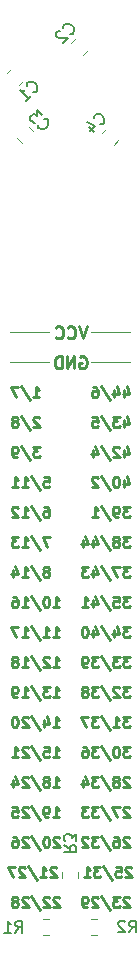
<source format=gbr>
G04 #@! TF.GenerationSoftware,KiCad,Pcbnew,6.0.9+dfsg-1*
G04 #@! TF.CreationDate,2022-12-29T08:22:08+02:00*
G04 #@! TF.ProjectId,ATF1502AS-EVB,41544631-3530-4324-9153-2d4556422e6b,rev?*
G04 #@! TF.SameCoordinates,PX75d6040PY9a0c090*
G04 #@! TF.FileFunction,Legend,Bot*
G04 #@! TF.FilePolarity,Positive*
%FSLAX46Y46*%
G04 Gerber Fmt 4.6, Leading zero omitted, Abs format (unit mm)*
G04 Created by KiCad (PCBNEW 6.0.9+dfsg-1) date 2022-12-29 08:22:08*
%MOMM*%
%LPD*%
G01*
G04 APERTURE LIST*
%ADD10C,0.120000*%
%ADD11C,0.254000*%
%ADD12C,0.225000*%
%ADD13C,0.150000*%
G04 APERTURE END LIST*
D10*
X27710000Y57250000D02*
X31012000Y57250000D01*
X27710000Y59790000D02*
X31012000Y59790000D01*
X34568000Y59790000D02*
X37870000Y59790000D01*
X34568000Y57250000D02*
X37870000Y57250000D01*
D11*
X33628804Y57708000D02*
X33725566Y57756381D01*
X33870709Y57756381D01*
X34015852Y57708000D01*
X34112614Y57611239D01*
X34160995Y57514477D01*
X34209376Y57320953D01*
X34209376Y57175810D01*
X34160995Y56982286D01*
X34112614Y56885524D01*
X34015852Y56788762D01*
X33870709Y56740381D01*
X33773947Y56740381D01*
X33628804Y56788762D01*
X33580423Y56837143D01*
X33580423Y57175810D01*
X33773947Y57175810D01*
X33144995Y56740381D02*
X33144995Y57756381D01*
X32564423Y56740381D01*
X32564423Y57756381D01*
X32080614Y56740381D02*
X32080614Y57756381D01*
X31838709Y57756381D01*
X31693566Y57708000D01*
X31596804Y57611239D01*
X31548423Y57514477D01*
X31500042Y57320953D01*
X31500042Y57175810D01*
X31548423Y56982286D01*
X31596804Y56885524D01*
X31693566Y56788762D01*
X31838709Y56740381D01*
X32080614Y56740381D01*
X34209376Y60296381D02*
X33870709Y59280381D01*
X33532042Y60296381D01*
X32612804Y59377143D02*
X32661185Y59328762D01*
X32806328Y59280381D01*
X32903090Y59280381D01*
X33048233Y59328762D01*
X33144995Y59425524D01*
X33193376Y59522286D01*
X33241757Y59715810D01*
X33241757Y59860953D01*
X33193376Y60054477D01*
X33144995Y60151239D01*
X33048233Y60248000D01*
X32903090Y60296381D01*
X32806328Y60296381D01*
X32661185Y60248000D01*
X32612804Y60199620D01*
X31596804Y59377143D02*
X31645185Y59328762D01*
X31790328Y59280381D01*
X31887090Y59280381D01*
X32032233Y59328762D01*
X32128995Y59425524D01*
X32177376Y59522286D01*
X32225757Y59715810D01*
X32225757Y59860953D01*
X32177376Y60054477D01*
X32128995Y60151239D01*
X32032233Y60248000D01*
X31887090Y60296381D01*
X31790328Y60296381D01*
X31645185Y60248000D01*
X31596804Y60199620D01*
D12*
X31386321Y26362858D02*
X31900607Y26362858D01*
X31643464Y26362858D02*
X31643464Y27262858D01*
X31729178Y27134286D01*
X31814893Y27048572D01*
X31900607Y27005715D01*
X30614893Y26962858D02*
X30614893Y26362858D01*
X30829178Y27305715D02*
X31043464Y26662858D01*
X30486321Y26662858D01*
X29500607Y27305715D02*
X30272036Y26148572D01*
X29243464Y27177143D02*
X29200607Y27220000D01*
X29114893Y27262858D01*
X28900607Y27262858D01*
X28814893Y27220000D01*
X28772036Y27177143D01*
X28729178Y27091429D01*
X28729178Y27005715D01*
X28772036Y26877143D01*
X29286321Y26362858D01*
X28729178Y26362858D01*
X28172036Y27262858D02*
X28086321Y27262858D01*
X28000607Y27220000D01*
X27957750Y27177143D01*
X27914893Y27091429D01*
X27872036Y26920000D01*
X27872036Y26705715D01*
X27914893Y26534286D01*
X27957750Y26448572D01*
X28000607Y26405715D01*
X28086321Y26362858D01*
X28172036Y26362858D01*
X28257750Y26405715D01*
X28300607Y26448572D01*
X28343464Y26534286D01*
X28386321Y26705715D01*
X28386321Y26920000D01*
X28343464Y27091429D01*
X28300607Y27177143D01*
X28257750Y27220000D01*
X28172036Y27262858D01*
X37374535Y49822858D02*
X37374535Y49222858D01*
X37588821Y50165715D02*
X37803107Y49522858D01*
X37245964Y49522858D01*
X36945964Y50037143D02*
X36903107Y50080000D01*
X36817392Y50122858D01*
X36603107Y50122858D01*
X36517392Y50080000D01*
X36474535Y50037143D01*
X36431678Y49951429D01*
X36431678Y49865715D01*
X36474535Y49737143D01*
X36988821Y49222858D01*
X36431678Y49222858D01*
X35403107Y50165715D02*
X36174535Y49008572D01*
X34717392Y49822858D02*
X34717392Y49222858D01*
X34931678Y50165715D02*
X35145964Y49522858D01*
X34588821Y49522858D01*
X37845964Y24722858D02*
X37288821Y24722858D01*
X37588821Y24380000D01*
X37460249Y24380000D01*
X37374535Y24337143D01*
X37331678Y24294286D01*
X37288821Y24208572D01*
X37288821Y23994286D01*
X37331678Y23908572D01*
X37374535Y23865715D01*
X37460249Y23822858D01*
X37717392Y23822858D01*
X37803107Y23865715D01*
X37845964Y23908572D01*
X36731678Y24722858D02*
X36645964Y24722858D01*
X36560249Y24680000D01*
X36517392Y24637143D01*
X36474535Y24551429D01*
X36431678Y24380000D01*
X36431678Y24165715D01*
X36474535Y23994286D01*
X36517392Y23908572D01*
X36560249Y23865715D01*
X36645964Y23822858D01*
X36731678Y23822858D01*
X36817392Y23865715D01*
X36860249Y23908572D01*
X36903107Y23994286D01*
X36945964Y24165715D01*
X36945964Y24380000D01*
X36903107Y24551429D01*
X36860249Y24637143D01*
X36817392Y24680000D01*
X36731678Y24722858D01*
X35403107Y24765715D02*
X36174535Y23608572D01*
X35188821Y24722858D02*
X34631678Y24722858D01*
X34931678Y24380000D01*
X34803107Y24380000D01*
X34717392Y24337143D01*
X34674535Y24294286D01*
X34631678Y24208572D01*
X34631678Y23994286D01*
X34674535Y23908572D01*
X34717392Y23865715D01*
X34803107Y23822858D01*
X35060249Y23822858D01*
X35145964Y23865715D01*
X35188821Y23908572D01*
X33860249Y24722858D02*
X34031678Y24722858D01*
X34117392Y24680000D01*
X34160249Y24637143D01*
X34245964Y24508572D01*
X34288821Y24337143D01*
X34288821Y23994286D01*
X34245964Y23908572D01*
X34203107Y23865715D01*
X34117392Y23822858D01*
X33945964Y23822858D01*
X33860249Y23865715D01*
X33817392Y23908572D01*
X33774535Y23994286D01*
X33774535Y24208572D01*
X33817392Y24294286D01*
X33860249Y24337143D01*
X33945964Y24380000D01*
X34117392Y24380000D01*
X34203107Y24337143D01*
X34245964Y24294286D01*
X34288821Y24208572D01*
X31386321Y18742858D02*
X31900607Y18742858D01*
X31643464Y18742858D02*
X31643464Y19642858D01*
X31729178Y19514286D01*
X31814893Y19428572D01*
X31900607Y19385715D01*
X30957750Y18742858D02*
X30786321Y18742858D01*
X30700607Y18785715D01*
X30657750Y18828572D01*
X30572036Y18957143D01*
X30529178Y19128572D01*
X30529178Y19471429D01*
X30572036Y19557143D01*
X30614893Y19600000D01*
X30700607Y19642858D01*
X30872036Y19642858D01*
X30957750Y19600000D01*
X31000607Y19557143D01*
X31043464Y19471429D01*
X31043464Y19257143D01*
X31000607Y19171429D01*
X30957750Y19128572D01*
X30872036Y19085715D01*
X30700607Y19085715D01*
X30614893Y19128572D01*
X30572036Y19171429D01*
X30529178Y19257143D01*
X29500607Y19685715D02*
X30272036Y18528572D01*
X29243464Y19557143D02*
X29200607Y19600000D01*
X29114893Y19642858D01*
X28900607Y19642858D01*
X28814893Y19600000D01*
X28772036Y19557143D01*
X28729178Y19471429D01*
X28729178Y19385715D01*
X28772036Y19257143D01*
X29286321Y18742858D01*
X28729178Y18742858D01*
X27914893Y19642858D02*
X28343464Y19642858D01*
X28386321Y19214286D01*
X28343464Y19257143D01*
X28257750Y19300000D01*
X28043464Y19300000D01*
X27957750Y19257143D01*
X27914893Y19214286D01*
X27872036Y19128572D01*
X27872036Y18914286D01*
X27914893Y18828572D01*
X27957750Y18785715D01*
X28043464Y18742858D01*
X28257750Y18742858D01*
X28343464Y18785715D01*
X28386321Y18828572D01*
X31386321Y21282858D02*
X31900607Y21282858D01*
X31643464Y21282858D02*
X31643464Y22182858D01*
X31729178Y22054286D01*
X31814893Y21968572D01*
X31900607Y21925715D01*
X30872036Y21797143D02*
X30957750Y21840000D01*
X31000607Y21882858D01*
X31043464Y21968572D01*
X31043464Y22011429D01*
X31000607Y22097143D01*
X30957750Y22140000D01*
X30872036Y22182858D01*
X30700607Y22182858D01*
X30614893Y22140000D01*
X30572036Y22097143D01*
X30529178Y22011429D01*
X30529178Y21968572D01*
X30572036Y21882858D01*
X30614893Y21840000D01*
X30700607Y21797143D01*
X30872036Y21797143D01*
X30957750Y21754286D01*
X31000607Y21711429D01*
X31043464Y21625715D01*
X31043464Y21454286D01*
X31000607Y21368572D01*
X30957750Y21325715D01*
X30872036Y21282858D01*
X30700607Y21282858D01*
X30614893Y21325715D01*
X30572036Y21368572D01*
X30529178Y21454286D01*
X30529178Y21625715D01*
X30572036Y21711429D01*
X30614893Y21754286D01*
X30700607Y21797143D01*
X29500607Y22225715D02*
X30272036Y21068572D01*
X29243464Y22097143D02*
X29200607Y22140000D01*
X29114893Y22182858D01*
X28900607Y22182858D01*
X28814893Y22140000D01*
X28772036Y22097143D01*
X28729178Y22011429D01*
X28729178Y21925715D01*
X28772036Y21797143D01*
X29286321Y21282858D01*
X28729178Y21282858D01*
X27957750Y21882858D02*
X27957750Y21282858D01*
X28172036Y22225715D02*
X28386321Y21582858D01*
X27829178Y21582858D01*
X31386321Y28902858D02*
X31900607Y28902858D01*
X31643464Y28902858D02*
X31643464Y29802858D01*
X31729178Y29674286D01*
X31814893Y29588572D01*
X31900607Y29545715D01*
X31086321Y29802858D02*
X30529178Y29802858D01*
X30829178Y29460000D01*
X30700607Y29460000D01*
X30614893Y29417143D01*
X30572036Y29374286D01*
X30529178Y29288572D01*
X30529178Y29074286D01*
X30572036Y28988572D01*
X30614893Y28945715D01*
X30700607Y28902858D01*
X30957750Y28902858D01*
X31043464Y28945715D01*
X31086321Y28988572D01*
X29500607Y29845715D02*
X30272036Y28688572D01*
X28729178Y28902858D02*
X29243464Y28902858D01*
X28986321Y28902858D02*
X28986321Y29802858D01*
X29072036Y29674286D01*
X29157750Y29588572D01*
X29243464Y29545715D01*
X28300607Y28902858D02*
X28129178Y28902858D01*
X28043464Y28945715D01*
X28000607Y28988572D01*
X27914893Y29117143D01*
X27872036Y29288572D01*
X27872036Y29631429D01*
X27914893Y29717143D01*
X27957750Y29760000D01*
X28043464Y29802858D01*
X28214893Y29802858D01*
X28300607Y29760000D01*
X28343464Y29717143D01*
X28386321Y29631429D01*
X28386321Y29417143D01*
X28343464Y29331429D01*
X28300607Y29288572D01*
X28214893Y29245715D01*
X28043464Y29245715D01*
X27957750Y29288572D01*
X27914893Y29331429D01*
X27872036Y29417143D01*
X37374535Y54902858D02*
X37374535Y54302858D01*
X37588821Y55245715D02*
X37803107Y54602858D01*
X37245964Y54602858D01*
X36517392Y54902858D02*
X36517392Y54302858D01*
X36731678Y55245715D02*
X36945964Y54602858D01*
X36388821Y54602858D01*
X35403107Y55245715D02*
X36174535Y54088572D01*
X34717392Y55202858D02*
X34888821Y55202858D01*
X34974535Y55160000D01*
X35017392Y55117143D01*
X35103107Y54988572D01*
X35145964Y54817143D01*
X35145964Y54474286D01*
X35103107Y54388572D01*
X35060250Y54345715D01*
X34974535Y54302858D01*
X34803107Y54302858D01*
X34717392Y54345715D01*
X34674535Y54388572D01*
X34631678Y54474286D01*
X34631678Y54688572D01*
X34674535Y54774286D01*
X34717392Y54817143D01*
X34803107Y54860000D01*
X34974535Y54860000D01*
X35060250Y54817143D01*
X35103107Y54774286D01*
X35145964Y54688572D01*
X37374535Y52362858D02*
X37374535Y51762858D01*
X37588821Y52705715D02*
X37803107Y52062858D01*
X37245964Y52062858D01*
X36988821Y52662858D02*
X36431678Y52662858D01*
X36731678Y52320000D01*
X36603107Y52320000D01*
X36517392Y52277143D01*
X36474535Y52234286D01*
X36431678Y52148572D01*
X36431678Y51934286D01*
X36474535Y51848572D01*
X36517392Y51805715D01*
X36603107Y51762858D01*
X36860250Y51762858D01*
X36945964Y51805715D01*
X36988821Y51848572D01*
X35403107Y52705715D02*
X36174535Y51548572D01*
X34674535Y52662858D02*
X35103107Y52662858D01*
X35145964Y52234286D01*
X35103107Y52277143D01*
X35017392Y52320000D01*
X34803107Y52320000D01*
X34717392Y52277143D01*
X34674535Y52234286D01*
X34631678Y52148572D01*
X34631678Y51934286D01*
X34674535Y51848572D01*
X34717392Y51805715D01*
X34803107Y51762858D01*
X35017392Y51762858D01*
X35103107Y51805715D01*
X35145964Y51848572D01*
X37845964Y27262858D02*
X37288821Y27262858D01*
X37588821Y26920000D01*
X37460249Y26920000D01*
X37374535Y26877143D01*
X37331678Y26834286D01*
X37288821Y26748572D01*
X37288821Y26534286D01*
X37331678Y26448572D01*
X37374535Y26405715D01*
X37460249Y26362858D01*
X37717392Y26362858D01*
X37803107Y26405715D01*
X37845964Y26448572D01*
X36431678Y26362858D02*
X36945964Y26362858D01*
X36688821Y26362858D02*
X36688821Y27262858D01*
X36774535Y27134286D01*
X36860249Y27048572D01*
X36945964Y27005715D01*
X35403107Y27305715D02*
X36174535Y26148572D01*
X35188821Y27262858D02*
X34631678Y27262858D01*
X34931678Y26920000D01*
X34803107Y26920000D01*
X34717392Y26877143D01*
X34674535Y26834286D01*
X34631678Y26748572D01*
X34631678Y26534286D01*
X34674535Y26448572D01*
X34717392Y26405715D01*
X34803107Y26362858D01*
X35060249Y26362858D01*
X35145964Y26405715D01*
X35188821Y26448572D01*
X34331678Y27262858D02*
X33731678Y27262858D01*
X34117392Y26362858D01*
X30229178Y50122858D02*
X29672035Y50122858D01*
X29972035Y49780000D01*
X29843464Y49780000D01*
X29757750Y49737143D01*
X29714892Y49694286D01*
X29672035Y49608572D01*
X29672035Y49394286D01*
X29714892Y49308572D01*
X29757750Y49265715D01*
X29843464Y49222858D01*
X30100607Y49222858D01*
X30186321Y49265715D01*
X30229178Y49308572D01*
X28643464Y50165715D02*
X29414892Y49008572D01*
X28300607Y49222858D02*
X28129178Y49222858D01*
X28043464Y49265715D01*
X28000607Y49308572D01*
X27914892Y49437143D01*
X27872035Y49608572D01*
X27872035Y49951429D01*
X27914892Y50037143D01*
X27957750Y50080000D01*
X28043464Y50122858D01*
X28214892Y50122858D01*
X28300607Y50080000D01*
X28343464Y50037143D01*
X28386321Y49951429D01*
X28386321Y49737143D01*
X28343464Y49651429D01*
X28300607Y49608572D01*
X28214892Y49565715D01*
X28043464Y49565715D01*
X27957750Y49608572D01*
X27914892Y49651429D01*
X27872035Y49737143D01*
X29672035Y54302858D02*
X30186321Y54302858D01*
X29929178Y54302858D02*
X29929178Y55202858D01*
X30014892Y55074286D01*
X30100607Y54988572D01*
X30186321Y54945715D01*
X28643464Y55245715D02*
X29414892Y54088572D01*
X28429178Y55202858D02*
X27829178Y55202858D01*
X28214892Y54302858D01*
X31386321Y23822858D02*
X31900607Y23822858D01*
X31643464Y23822858D02*
X31643464Y24722858D01*
X31729178Y24594286D01*
X31814893Y24508572D01*
X31900607Y24465715D01*
X30572036Y24722858D02*
X31000607Y24722858D01*
X31043464Y24294286D01*
X31000607Y24337143D01*
X30914893Y24380000D01*
X30700607Y24380000D01*
X30614893Y24337143D01*
X30572036Y24294286D01*
X30529178Y24208572D01*
X30529178Y23994286D01*
X30572036Y23908572D01*
X30614893Y23865715D01*
X30700607Y23822858D01*
X30914893Y23822858D01*
X31000607Y23865715D01*
X31043464Y23908572D01*
X29500607Y24765715D02*
X30272036Y23608572D01*
X29243464Y24637143D02*
X29200607Y24680000D01*
X29114893Y24722858D01*
X28900607Y24722858D01*
X28814893Y24680000D01*
X28772036Y24637143D01*
X28729178Y24551429D01*
X28729178Y24465715D01*
X28772036Y24337143D01*
X29286321Y23822858D01*
X28729178Y23822858D01*
X27872036Y23822858D02*
X28386321Y23822858D01*
X28129178Y23822858D02*
X28129178Y24722858D01*
X28214893Y24594286D01*
X28300607Y24508572D01*
X28386321Y24465715D01*
X31386321Y36522858D02*
X31900607Y36522858D01*
X31643464Y36522858D02*
X31643464Y37422858D01*
X31729178Y37294286D01*
X31814893Y37208572D01*
X31900607Y37165715D01*
X30829178Y37422858D02*
X30743464Y37422858D01*
X30657750Y37380000D01*
X30614893Y37337143D01*
X30572036Y37251429D01*
X30529178Y37080000D01*
X30529178Y36865715D01*
X30572036Y36694286D01*
X30614893Y36608572D01*
X30657750Y36565715D01*
X30743464Y36522858D01*
X30829178Y36522858D01*
X30914893Y36565715D01*
X30957750Y36608572D01*
X31000607Y36694286D01*
X31043464Y36865715D01*
X31043464Y37080000D01*
X31000607Y37251429D01*
X30957750Y37337143D01*
X30914893Y37380000D01*
X30829178Y37422858D01*
X29500607Y37465715D02*
X30272036Y36308572D01*
X28729178Y36522858D02*
X29243464Y36522858D01*
X28986321Y36522858D02*
X28986321Y37422858D01*
X29072036Y37294286D01*
X29157750Y37208572D01*
X29243464Y37165715D01*
X27957750Y37422858D02*
X28129178Y37422858D01*
X28214893Y37380000D01*
X28257750Y37337143D01*
X28343464Y37208572D01*
X28386321Y37037143D01*
X28386321Y36694286D01*
X28343464Y36608572D01*
X28300607Y36565715D01*
X28214893Y36522858D01*
X28043464Y36522858D01*
X27957750Y36565715D01*
X27914893Y36608572D01*
X27872036Y36694286D01*
X27872036Y36908572D01*
X27914893Y36994286D01*
X27957750Y37037143D01*
X28043464Y37080000D01*
X28214893Y37080000D01*
X28300607Y37037143D01*
X28343464Y36994286D01*
X28386321Y36908572D01*
X37845964Y45042858D02*
X37288821Y45042858D01*
X37588821Y44700000D01*
X37460250Y44700000D01*
X37374535Y44657143D01*
X37331678Y44614286D01*
X37288821Y44528572D01*
X37288821Y44314286D01*
X37331678Y44228572D01*
X37374535Y44185715D01*
X37460250Y44142858D01*
X37717392Y44142858D01*
X37803107Y44185715D01*
X37845964Y44228572D01*
X36860250Y44142858D02*
X36688821Y44142858D01*
X36603107Y44185715D01*
X36560250Y44228572D01*
X36474535Y44357143D01*
X36431678Y44528572D01*
X36431678Y44871429D01*
X36474535Y44957143D01*
X36517392Y45000000D01*
X36603107Y45042858D01*
X36774535Y45042858D01*
X36860250Y45000000D01*
X36903107Y44957143D01*
X36945964Y44871429D01*
X36945964Y44657143D01*
X36903107Y44571429D01*
X36860250Y44528572D01*
X36774535Y44485715D01*
X36603107Y44485715D01*
X36517392Y44528572D01*
X36474535Y44571429D01*
X36431678Y44657143D01*
X35403107Y45085715D02*
X36174535Y43928572D01*
X34631678Y44142858D02*
X35145964Y44142858D01*
X34888821Y44142858D02*
X34888821Y45042858D01*
X34974535Y44914286D01*
X35060250Y44828572D01*
X35145964Y44785715D01*
X31900607Y17017143D02*
X31857750Y17060000D01*
X31772036Y17102858D01*
X31557750Y17102858D01*
X31472036Y17060000D01*
X31429178Y17017143D01*
X31386321Y16931429D01*
X31386321Y16845715D01*
X31429178Y16717143D01*
X31943464Y16202858D01*
X31386321Y16202858D01*
X30829178Y17102858D02*
X30743464Y17102858D01*
X30657750Y17060000D01*
X30614893Y17017143D01*
X30572036Y16931429D01*
X30529178Y16760000D01*
X30529178Y16545715D01*
X30572036Y16374286D01*
X30614893Y16288572D01*
X30657750Y16245715D01*
X30743464Y16202858D01*
X30829178Y16202858D01*
X30914893Y16245715D01*
X30957750Y16288572D01*
X31000607Y16374286D01*
X31043464Y16545715D01*
X31043464Y16760000D01*
X31000607Y16931429D01*
X30957750Y17017143D01*
X30914893Y17060000D01*
X30829178Y17102858D01*
X29500607Y17145715D02*
X30272036Y15988572D01*
X29243464Y17017143D02*
X29200607Y17060000D01*
X29114893Y17102858D01*
X28900607Y17102858D01*
X28814893Y17060000D01*
X28772036Y17017143D01*
X28729178Y16931429D01*
X28729178Y16845715D01*
X28772036Y16717143D01*
X29286321Y16202858D01*
X28729178Y16202858D01*
X27957750Y17102858D02*
X28129178Y17102858D01*
X28214893Y17060000D01*
X28257750Y17017143D01*
X28343464Y16888572D01*
X28386321Y16717143D01*
X28386321Y16374286D01*
X28343464Y16288572D01*
X28300607Y16245715D01*
X28214893Y16202858D01*
X28043464Y16202858D01*
X27957750Y16245715D01*
X27914893Y16288572D01*
X27872036Y16374286D01*
X27872036Y16588572D01*
X27914893Y16674286D01*
X27957750Y16717143D01*
X28043464Y16760000D01*
X28214893Y16760000D01*
X28300607Y16717143D01*
X28343464Y16674286D01*
X28386321Y16588572D01*
X37803107Y17017143D02*
X37760249Y17060000D01*
X37674535Y17102858D01*
X37460249Y17102858D01*
X37374535Y17060000D01*
X37331678Y17017143D01*
X37288821Y16931429D01*
X37288821Y16845715D01*
X37331678Y16717143D01*
X37845964Y16202858D01*
X37288821Y16202858D01*
X36517392Y17102858D02*
X36688821Y17102858D01*
X36774535Y17060000D01*
X36817392Y17017143D01*
X36903107Y16888572D01*
X36945964Y16717143D01*
X36945964Y16374286D01*
X36903107Y16288572D01*
X36860249Y16245715D01*
X36774535Y16202858D01*
X36603107Y16202858D01*
X36517392Y16245715D01*
X36474535Y16288572D01*
X36431678Y16374286D01*
X36431678Y16588572D01*
X36474535Y16674286D01*
X36517392Y16717143D01*
X36603107Y16760000D01*
X36774535Y16760000D01*
X36860249Y16717143D01*
X36903107Y16674286D01*
X36945964Y16588572D01*
X35403107Y17145715D02*
X36174535Y15988572D01*
X35188821Y17102858D02*
X34631678Y17102858D01*
X34931678Y16760000D01*
X34803107Y16760000D01*
X34717392Y16717143D01*
X34674535Y16674286D01*
X34631678Y16588572D01*
X34631678Y16374286D01*
X34674535Y16288572D01*
X34717392Y16245715D01*
X34803107Y16202858D01*
X35060249Y16202858D01*
X35145964Y16245715D01*
X35188821Y16288572D01*
X34288821Y17017143D02*
X34245964Y17060000D01*
X34160249Y17102858D01*
X33945964Y17102858D01*
X33860249Y17060000D01*
X33817392Y17017143D01*
X33774535Y16931429D01*
X33774535Y16845715D01*
X33817392Y16717143D01*
X34331678Y16202858D01*
X33774535Y16202858D01*
X31632321Y14477143D02*
X31589464Y14520000D01*
X31503750Y14562858D01*
X31289464Y14562858D01*
X31203750Y14520000D01*
X31160892Y14477143D01*
X31118035Y14391429D01*
X31118035Y14305715D01*
X31160892Y14177143D01*
X31675178Y13662858D01*
X31118035Y13662858D01*
X30260892Y13662858D02*
X30775178Y13662858D01*
X30518035Y13662858D02*
X30518035Y14562858D01*
X30603750Y14434286D01*
X30689464Y14348572D01*
X30775178Y14305715D01*
X29232321Y14605715D02*
X30003750Y13448572D01*
X28975178Y14477143D02*
X28932321Y14520000D01*
X28846607Y14562858D01*
X28632321Y14562858D01*
X28546607Y14520000D01*
X28503750Y14477143D01*
X28460892Y14391429D01*
X28460892Y14305715D01*
X28503750Y14177143D01*
X29018035Y13662858D01*
X28460892Y13662858D01*
X28160892Y14562858D02*
X27560892Y14562858D01*
X27946607Y13662858D01*
X37803107Y11937143D02*
X37760249Y11980000D01*
X37674535Y12022858D01*
X37460249Y12022858D01*
X37374535Y11980000D01*
X37331678Y11937143D01*
X37288821Y11851429D01*
X37288821Y11765715D01*
X37331678Y11637143D01*
X37845964Y11122858D01*
X37288821Y11122858D01*
X36988821Y12022858D02*
X36431678Y12022858D01*
X36731678Y11680000D01*
X36603107Y11680000D01*
X36517392Y11637143D01*
X36474535Y11594286D01*
X36431678Y11508572D01*
X36431678Y11294286D01*
X36474535Y11208572D01*
X36517392Y11165715D01*
X36603107Y11122858D01*
X36860249Y11122858D01*
X36945964Y11165715D01*
X36988821Y11208572D01*
X35403107Y12065715D02*
X36174535Y10908572D01*
X35145964Y11937143D02*
X35103107Y11980000D01*
X35017392Y12022858D01*
X34803107Y12022858D01*
X34717392Y11980000D01*
X34674535Y11937143D01*
X34631678Y11851429D01*
X34631678Y11765715D01*
X34674535Y11637143D01*
X35188821Y11122858D01*
X34631678Y11122858D01*
X34203107Y11122858D02*
X34031678Y11122858D01*
X33945964Y11165715D01*
X33903107Y11208572D01*
X33817392Y11337143D01*
X33774535Y11508572D01*
X33774535Y11851429D01*
X33817392Y11937143D01*
X33860249Y11980000D01*
X33945964Y12022858D01*
X34117392Y12022858D01*
X34203107Y11980000D01*
X34245964Y11937143D01*
X34288821Y11851429D01*
X34288821Y11637143D01*
X34245964Y11551429D01*
X34203107Y11508572D01*
X34117392Y11465715D01*
X33945964Y11465715D01*
X33860249Y11508572D01*
X33817392Y11551429D01*
X33774535Y11637143D01*
X37803107Y19557143D02*
X37760249Y19600000D01*
X37674535Y19642858D01*
X37460249Y19642858D01*
X37374535Y19600000D01*
X37331678Y19557143D01*
X37288821Y19471429D01*
X37288821Y19385715D01*
X37331678Y19257143D01*
X37845964Y18742858D01*
X37288821Y18742858D01*
X36988821Y19642858D02*
X36388821Y19642858D01*
X36774535Y18742858D01*
X35403107Y19685715D02*
X36174535Y18528572D01*
X35188821Y19642858D02*
X34631678Y19642858D01*
X34931678Y19300000D01*
X34803107Y19300000D01*
X34717392Y19257143D01*
X34674535Y19214286D01*
X34631678Y19128572D01*
X34631678Y18914286D01*
X34674535Y18828572D01*
X34717392Y18785715D01*
X34803107Y18742858D01*
X35060249Y18742858D01*
X35145964Y18785715D01*
X35188821Y18828572D01*
X34331678Y19642858D02*
X33774535Y19642858D01*
X34074535Y19300000D01*
X33945964Y19300000D01*
X33860249Y19257143D01*
X33817392Y19214286D01*
X33774535Y19128572D01*
X33774535Y18914286D01*
X33817392Y18828572D01*
X33860249Y18785715D01*
X33945964Y18742858D01*
X34203107Y18742858D01*
X34288821Y18785715D01*
X34331678Y18828572D01*
X31086321Y42502858D02*
X30486321Y42502858D01*
X30872035Y41602858D01*
X29500607Y42545715D02*
X30272035Y41388572D01*
X28729178Y41602858D02*
X29243464Y41602858D01*
X28986321Y41602858D02*
X28986321Y42502858D01*
X29072035Y42374286D01*
X29157750Y42288572D01*
X29243464Y42245715D01*
X28429178Y42502858D02*
X27872035Y42502858D01*
X28172035Y42160000D01*
X28043464Y42160000D01*
X27957750Y42117143D01*
X27914893Y42074286D01*
X27872035Y41988572D01*
X27872035Y41774286D01*
X27914893Y41688572D01*
X27957750Y41645715D01*
X28043464Y41602858D01*
X28300607Y41602858D01*
X28386321Y41645715D01*
X28429178Y41688572D01*
X37803107Y22097143D02*
X37760249Y22140000D01*
X37674535Y22182858D01*
X37460249Y22182858D01*
X37374535Y22140000D01*
X37331678Y22097143D01*
X37288821Y22011429D01*
X37288821Y21925715D01*
X37331678Y21797143D01*
X37845964Y21282858D01*
X37288821Y21282858D01*
X36774535Y21797143D02*
X36860249Y21840000D01*
X36903107Y21882858D01*
X36945964Y21968572D01*
X36945964Y22011429D01*
X36903107Y22097143D01*
X36860249Y22140000D01*
X36774535Y22182858D01*
X36603107Y22182858D01*
X36517392Y22140000D01*
X36474535Y22097143D01*
X36431678Y22011429D01*
X36431678Y21968572D01*
X36474535Y21882858D01*
X36517392Y21840000D01*
X36603107Y21797143D01*
X36774535Y21797143D01*
X36860249Y21754286D01*
X36903107Y21711429D01*
X36945964Y21625715D01*
X36945964Y21454286D01*
X36903107Y21368572D01*
X36860249Y21325715D01*
X36774535Y21282858D01*
X36603107Y21282858D01*
X36517392Y21325715D01*
X36474535Y21368572D01*
X36431678Y21454286D01*
X36431678Y21625715D01*
X36474535Y21711429D01*
X36517392Y21754286D01*
X36603107Y21797143D01*
X35403107Y22225715D02*
X36174535Y21068572D01*
X35188821Y22182858D02*
X34631678Y22182858D01*
X34931678Y21840000D01*
X34803107Y21840000D01*
X34717392Y21797143D01*
X34674535Y21754286D01*
X34631678Y21668572D01*
X34631678Y21454286D01*
X34674535Y21368572D01*
X34717392Y21325715D01*
X34803107Y21282858D01*
X35060249Y21282858D01*
X35145964Y21325715D01*
X35188821Y21368572D01*
X33860249Y21882858D02*
X33860249Y21282858D01*
X34074535Y22225715D02*
X34288821Y21582858D01*
X33731678Y21582858D01*
X30186321Y52577143D02*
X30143464Y52620000D01*
X30057750Y52662858D01*
X29843464Y52662858D01*
X29757750Y52620000D01*
X29714892Y52577143D01*
X29672035Y52491429D01*
X29672035Y52405715D01*
X29714892Y52277143D01*
X30229178Y51762858D01*
X29672035Y51762858D01*
X28643464Y52705715D02*
X29414892Y51548572D01*
X28214892Y52277143D02*
X28300607Y52320000D01*
X28343464Y52362858D01*
X28386321Y52448572D01*
X28386321Y52491429D01*
X28343464Y52577143D01*
X28300607Y52620000D01*
X28214892Y52662858D01*
X28043464Y52662858D01*
X27957750Y52620000D01*
X27914892Y52577143D01*
X27872035Y52491429D01*
X27872035Y52448572D01*
X27914892Y52362858D01*
X27957750Y52320000D01*
X28043464Y52277143D01*
X28214892Y52277143D01*
X28300607Y52234286D01*
X28343464Y52191429D01*
X28386321Y52105715D01*
X28386321Y51934286D01*
X28343464Y51848572D01*
X28300607Y51805715D01*
X28214892Y51762858D01*
X28043464Y51762858D01*
X27957750Y51805715D01*
X27914892Y51848572D01*
X27872035Y51934286D01*
X27872035Y52105715D01*
X27914892Y52191429D01*
X27957750Y52234286D01*
X28043464Y52277143D01*
X30572035Y47582858D02*
X31000607Y47582858D01*
X31043464Y47154286D01*
X31000607Y47197143D01*
X30914893Y47240000D01*
X30700607Y47240000D01*
X30614893Y47197143D01*
X30572035Y47154286D01*
X30529178Y47068572D01*
X30529178Y46854286D01*
X30572035Y46768572D01*
X30614893Y46725715D01*
X30700607Y46682858D01*
X30914893Y46682858D01*
X31000607Y46725715D01*
X31043464Y46768572D01*
X29500607Y47625715D02*
X30272035Y46468572D01*
X28729178Y46682858D02*
X29243464Y46682858D01*
X28986321Y46682858D02*
X28986321Y47582858D01*
X29072035Y47454286D01*
X29157750Y47368572D01*
X29243464Y47325715D01*
X27872035Y46682858D02*
X28386321Y46682858D01*
X28129178Y46682858D02*
X28129178Y47582858D01*
X28214893Y47454286D01*
X28300607Y47368572D01*
X28386321Y47325715D01*
X37845964Y37422858D02*
X37288821Y37422858D01*
X37588821Y37080000D01*
X37460249Y37080000D01*
X37374535Y37037143D01*
X37331678Y36994286D01*
X37288821Y36908572D01*
X37288821Y36694286D01*
X37331678Y36608572D01*
X37374535Y36565715D01*
X37460249Y36522858D01*
X37717392Y36522858D01*
X37803107Y36565715D01*
X37845964Y36608572D01*
X36474535Y37422858D02*
X36903107Y37422858D01*
X36945964Y36994286D01*
X36903107Y37037143D01*
X36817392Y37080000D01*
X36603107Y37080000D01*
X36517392Y37037143D01*
X36474535Y36994286D01*
X36431678Y36908572D01*
X36431678Y36694286D01*
X36474535Y36608572D01*
X36517392Y36565715D01*
X36603107Y36522858D01*
X36817392Y36522858D01*
X36903107Y36565715D01*
X36945964Y36608572D01*
X35403107Y37465715D02*
X36174535Y36308572D01*
X34717392Y37122858D02*
X34717392Y36522858D01*
X34931678Y37465715D02*
X35145964Y36822858D01*
X34588821Y36822858D01*
X33774535Y36522858D02*
X34288821Y36522858D01*
X34031678Y36522858D02*
X34031678Y37422858D01*
X34117392Y37294286D01*
X34203107Y37208572D01*
X34288821Y37165715D01*
X37845964Y42502858D02*
X37288821Y42502858D01*
X37588821Y42160000D01*
X37460249Y42160000D01*
X37374535Y42117143D01*
X37331678Y42074286D01*
X37288821Y41988572D01*
X37288821Y41774286D01*
X37331678Y41688572D01*
X37374535Y41645715D01*
X37460249Y41602858D01*
X37717392Y41602858D01*
X37803107Y41645715D01*
X37845964Y41688572D01*
X36774535Y42117143D02*
X36860249Y42160000D01*
X36903107Y42202858D01*
X36945964Y42288572D01*
X36945964Y42331429D01*
X36903107Y42417143D01*
X36860249Y42460000D01*
X36774535Y42502858D01*
X36603107Y42502858D01*
X36517392Y42460000D01*
X36474535Y42417143D01*
X36431678Y42331429D01*
X36431678Y42288572D01*
X36474535Y42202858D01*
X36517392Y42160000D01*
X36603107Y42117143D01*
X36774535Y42117143D01*
X36860249Y42074286D01*
X36903107Y42031429D01*
X36945964Y41945715D01*
X36945964Y41774286D01*
X36903107Y41688572D01*
X36860249Y41645715D01*
X36774535Y41602858D01*
X36603107Y41602858D01*
X36517392Y41645715D01*
X36474535Y41688572D01*
X36431678Y41774286D01*
X36431678Y41945715D01*
X36474535Y42031429D01*
X36517392Y42074286D01*
X36603107Y42117143D01*
X35403107Y42545715D02*
X36174535Y41388572D01*
X34717392Y42202858D02*
X34717392Y41602858D01*
X34931678Y42545715D02*
X35145964Y41902858D01*
X34588821Y41902858D01*
X33860249Y42202858D02*
X33860249Y41602858D01*
X34074535Y42545715D02*
X34288821Y41902858D01*
X33731678Y41902858D01*
X31386321Y33982858D02*
X31900607Y33982858D01*
X31643464Y33982858D02*
X31643464Y34882858D01*
X31729178Y34754286D01*
X31814893Y34668572D01*
X31900607Y34625715D01*
X30529178Y33982858D02*
X31043464Y33982858D01*
X30786321Y33982858D02*
X30786321Y34882858D01*
X30872036Y34754286D01*
X30957750Y34668572D01*
X31043464Y34625715D01*
X29500607Y34925715D02*
X30272036Y33768572D01*
X28729178Y33982858D02*
X29243464Y33982858D01*
X28986321Y33982858D02*
X28986321Y34882858D01*
X29072036Y34754286D01*
X29157750Y34668572D01*
X29243464Y34625715D01*
X28429178Y34882858D02*
X27829178Y34882858D01*
X28214893Y33982858D01*
X37986250Y14477143D02*
X37943392Y14520000D01*
X37857678Y14562858D01*
X37643392Y14562858D01*
X37557678Y14520000D01*
X37514821Y14477143D01*
X37471964Y14391429D01*
X37471964Y14305715D01*
X37514821Y14177143D01*
X38029107Y13662858D01*
X37471964Y13662858D01*
X36657678Y14562858D02*
X37086250Y14562858D01*
X37129107Y14134286D01*
X37086250Y14177143D01*
X37000535Y14220000D01*
X36786250Y14220000D01*
X36700535Y14177143D01*
X36657678Y14134286D01*
X36614821Y14048572D01*
X36614821Y13834286D01*
X36657678Y13748572D01*
X36700535Y13705715D01*
X36786250Y13662858D01*
X37000535Y13662858D01*
X37086250Y13705715D01*
X37129107Y13748572D01*
X35586250Y14605715D02*
X36357678Y13448572D01*
X35371964Y14562858D02*
X34814821Y14562858D01*
X35114821Y14220000D01*
X34986250Y14220000D01*
X34900535Y14177143D01*
X34857678Y14134286D01*
X34814821Y14048572D01*
X34814821Y13834286D01*
X34857678Y13748572D01*
X34900535Y13705715D01*
X34986250Y13662858D01*
X35243392Y13662858D01*
X35329107Y13705715D01*
X35371964Y13748572D01*
X33957678Y13662858D02*
X34471964Y13662858D01*
X34214821Y13662858D02*
X34214821Y14562858D01*
X34300535Y14434286D01*
X34386250Y14348572D01*
X34471964Y14305715D01*
X31386321Y31442858D02*
X31900607Y31442858D01*
X31643464Y31442858D02*
X31643464Y32342858D01*
X31729178Y32214286D01*
X31814893Y32128572D01*
X31900607Y32085715D01*
X31043464Y32257143D02*
X31000607Y32300000D01*
X30914893Y32342858D01*
X30700607Y32342858D01*
X30614893Y32300000D01*
X30572036Y32257143D01*
X30529178Y32171429D01*
X30529178Y32085715D01*
X30572036Y31957143D01*
X31086321Y31442858D01*
X30529178Y31442858D01*
X29500607Y32385715D02*
X30272036Y31228572D01*
X28729178Y31442858D02*
X29243464Y31442858D01*
X28986321Y31442858D02*
X28986321Y32342858D01*
X29072036Y32214286D01*
X29157750Y32128572D01*
X29243464Y32085715D01*
X28214893Y31957143D02*
X28300607Y32000000D01*
X28343464Y32042858D01*
X28386321Y32128572D01*
X28386321Y32171429D01*
X28343464Y32257143D01*
X28300607Y32300000D01*
X28214893Y32342858D01*
X28043464Y32342858D01*
X27957750Y32300000D01*
X27914893Y32257143D01*
X27872036Y32171429D01*
X27872036Y32128572D01*
X27914893Y32042858D01*
X27957750Y32000000D01*
X28043464Y31957143D01*
X28214893Y31957143D01*
X28300607Y31914286D01*
X28343464Y31871429D01*
X28386321Y31785715D01*
X28386321Y31614286D01*
X28343464Y31528572D01*
X28300607Y31485715D01*
X28214893Y31442858D01*
X28043464Y31442858D01*
X27957750Y31485715D01*
X27914893Y31528572D01*
X27872036Y31614286D01*
X27872036Y31785715D01*
X27914893Y31871429D01*
X27957750Y31914286D01*
X28043464Y31957143D01*
X37845964Y39962858D02*
X37288821Y39962858D01*
X37588821Y39620000D01*
X37460249Y39620000D01*
X37374535Y39577143D01*
X37331678Y39534286D01*
X37288821Y39448572D01*
X37288821Y39234286D01*
X37331678Y39148572D01*
X37374535Y39105715D01*
X37460249Y39062858D01*
X37717392Y39062858D01*
X37803107Y39105715D01*
X37845964Y39148572D01*
X36988821Y39962858D02*
X36388821Y39962858D01*
X36774535Y39062858D01*
X35403107Y40005715D02*
X36174535Y38848572D01*
X34717392Y39662858D02*
X34717392Y39062858D01*
X34931678Y40005715D02*
X35145964Y39362858D01*
X34588821Y39362858D01*
X34331678Y39962858D02*
X33774535Y39962858D01*
X34074535Y39620000D01*
X33945964Y39620000D01*
X33860249Y39577143D01*
X33817392Y39534286D01*
X33774535Y39448572D01*
X33774535Y39234286D01*
X33817392Y39148572D01*
X33860249Y39105715D01*
X33945964Y39062858D01*
X34203107Y39062858D01*
X34288821Y39105715D01*
X34331678Y39148572D01*
X37374535Y47282858D02*
X37374535Y46682858D01*
X37588821Y47625715D02*
X37803107Y46982858D01*
X37245964Y46982858D01*
X36731678Y47582858D02*
X36645964Y47582858D01*
X36560250Y47540000D01*
X36517392Y47497143D01*
X36474535Y47411429D01*
X36431678Y47240000D01*
X36431678Y47025715D01*
X36474535Y46854286D01*
X36517392Y46768572D01*
X36560250Y46725715D01*
X36645964Y46682858D01*
X36731678Y46682858D01*
X36817392Y46725715D01*
X36860250Y46768572D01*
X36903107Y46854286D01*
X36945964Y47025715D01*
X36945964Y47240000D01*
X36903107Y47411429D01*
X36860250Y47497143D01*
X36817392Y47540000D01*
X36731678Y47582858D01*
X35403107Y47625715D02*
X36174535Y46468572D01*
X35145964Y47497143D02*
X35103107Y47540000D01*
X35017392Y47582858D01*
X34803107Y47582858D01*
X34717392Y47540000D01*
X34674535Y47497143D01*
X34631678Y47411429D01*
X34631678Y47325715D01*
X34674535Y47197143D01*
X35188821Y46682858D01*
X34631678Y46682858D01*
X37845964Y29802858D02*
X37288821Y29802858D01*
X37588821Y29460000D01*
X37460249Y29460000D01*
X37374535Y29417143D01*
X37331678Y29374286D01*
X37288821Y29288572D01*
X37288821Y29074286D01*
X37331678Y28988572D01*
X37374535Y28945715D01*
X37460249Y28902858D01*
X37717392Y28902858D01*
X37803107Y28945715D01*
X37845964Y28988572D01*
X36945964Y29717143D02*
X36903107Y29760000D01*
X36817392Y29802858D01*
X36603107Y29802858D01*
X36517392Y29760000D01*
X36474535Y29717143D01*
X36431678Y29631429D01*
X36431678Y29545715D01*
X36474535Y29417143D01*
X36988821Y28902858D01*
X36431678Y28902858D01*
X35403107Y29845715D02*
X36174535Y28688572D01*
X35188821Y29802858D02*
X34631678Y29802858D01*
X34931678Y29460000D01*
X34803107Y29460000D01*
X34717392Y29417143D01*
X34674535Y29374286D01*
X34631678Y29288572D01*
X34631678Y29074286D01*
X34674535Y28988572D01*
X34717392Y28945715D01*
X34803107Y28902858D01*
X35060249Y28902858D01*
X35145964Y28945715D01*
X35188821Y28988572D01*
X34117392Y29417143D02*
X34203107Y29460000D01*
X34245964Y29502858D01*
X34288821Y29588572D01*
X34288821Y29631429D01*
X34245964Y29717143D01*
X34203107Y29760000D01*
X34117392Y29802858D01*
X33945964Y29802858D01*
X33860249Y29760000D01*
X33817392Y29717143D01*
X33774535Y29631429D01*
X33774535Y29588572D01*
X33817392Y29502858D01*
X33860249Y29460000D01*
X33945964Y29417143D01*
X34117392Y29417143D01*
X34203107Y29374286D01*
X34245964Y29331429D01*
X34288821Y29245715D01*
X34288821Y29074286D01*
X34245964Y28988572D01*
X34203107Y28945715D01*
X34117392Y28902858D01*
X33945964Y28902858D01*
X33860249Y28945715D01*
X33817392Y28988572D01*
X33774535Y29074286D01*
X33774535Y29245715D01*
X33817392Y29331429D01*
X33860249Y29374286D01*
X33945964Y29417143D01*
X30872035Y39577143D02*
X30957750Y39620000D01*
X31000607Y39662858D01*
X31043464Y39748572D01*
X31043464Y39791429D01*
X31000607Y39877143D01*
X30957750Y39920000D01*
X30872035Y39962858D01*
X30700607Y39962858D01*
X30614893Y39920000D01*
X30572035Y39877143D01*
X30529178Y39791429D01*
X30529178Y39748572D01*
X30572035Y39662858D01*
X30614893Y39620000D01*
X30700607Y39577143D01*
X30872035Y39577143D01*
X30957750Y39534286D01*
X31000607Y39491429D01*
X31043464Y39405715D01*
X31043464Y39234286D01*
X31000607Y39148572D01*
X30957750Y39105715D01*
X30872035Y39062858D01*
X30700607Y39062858D01*
X30614893Y39105715D01*
X30572035Y39148572D01*
X30529178Y39234286D01*
X30529178Y39405715D01*
X30572035Y39491429D01*
X30614893Y39534286D01*
X30700607Y39577143D01*
X29500607Y40005715D02*
X30272035Y38848572D01*
X28729178Y39062858D02*
X29243464Y39062858D01*
X28986321Y39062858D02*
X28986321Y39962858D01*
X29072035Y39834286D01*
X29157750Y39748572D01*
X29243464Y39705715D01*
X27957750Y39662858D02*
X27957750Y39062858D01*
X28172035Y40005715D02*
X28386321Y39362858D01*
X27829178Y39362858D01*
X37845964Y32342858D02*
X37288821Y32342858D01*
X37588821Y32000000D01*
X37460249Y32000000D01*
X37374535Y31957143D01*
X37331678Y31914286D01*
X37288821Y31828572D01*
X37288821Y31614286D01*
X37331678Y31528572D01*
X37374535Y31485715D01*
X37460249Y31442858D01*
X37717392Y31442858D01*
X37803107Y31485715D01*
X37845964Y31528572D01*
X36988821Y32342858D02*
X36431678Y32342858D01*
X36731678Y32000000D01*
X36603107Y32000000D01*
X36517392Y31957143D01*
X36474535Y31914286D01*
X36431678Y31828572D01*
X36431678Y31614286D01*
X36474535Y31528572D01*
X36517392Y31485715D01*
X36603107Y31442858D01*
X36860249Y31442858D01*
X36945964Y31485715D01*
X36988821Y31528572D01*
X35403107Y32385715D02*
X36174535Y31228572D01*
X35188821Y32342858D02*
X34631678Y32342858D01*
X34931678Y32000000D01*
X34803107Y32000000D01*
X34717392Y31957143D01*
X34674535Y31914286D01*
X34631678Y31828572D01*
X34631678Y31614286D01*
X34674535Y31528572D01*
X34717392Y31485715D01*
X34803107Y31442858D01*
X35060249Y31442858D01*
X35145964Y31485715D01*
X35188821Y31528572D01*
X34203107Y31442858D02*
X34031678Y31442858D01*
X33945964Y31485715D01*
X33903107Y31528572D01*
X33817392Y31657143D01*
X33774535Y31828572D01*
X33774535Y32171429D01*
X33817392Y32257143D01*
X33860249Y32300000D01*
X33945964Y32342858D01*
X34117392Y32342858D01*
X34203107Y32300000D01*
X34245964Y32257143D01*
X34288821Y32171429D01*
X34288821Y31957143D01*
X34245964Y31871429D01*
X34203107Y31828572D01*
X34117392Y31785715D01*
X33945964Y31785715D01*
X33860249Y31828572D01*
X33817392Y31871429D01*
X33774535Y31957143D01*
X30614893Y45042858D02*
X30786321Y45042858D01*
X30872035Y45000000D01*
X30914893Y44957143D01*
X31000607Y44828572D01*
X31043464Y44657143D01*
X31043464Y44314286D01*
X31000607Y44228572D01*
X30957750Y44185715D01*
X30872035Y44142858D01*
X30700607Y44142858D01*
X30614893Y44185715D01*
X30572035Y44228572D01*
X30529178Y44314286D01*
X30529178Y44528572D01*
X30572035Y44614286D01*
X30614893Y44657143D01*
X30700607Y44700000D01*
X30872035Y44700000D01*
X30957750Y44657143D01*
X31000607Y44614286D01*
X31043464Y44528572D01*
X29500607Y45085715D02*
X30272035Y43928572D01*
X28729178Y44142858D02*
X29243464Y44142858D01*
X28986321Y44142858D02*
X28986321Y45042858D01*
X29072035Y44914286D01*
X29157750Y44828572D01*
X29243464Y44785715D01*
X28386321Y44957143D02*
X28343464Y45000000D01*
X28257750Y45042858D01*
X28043464Y45042858D01*
X27957750Y45000000D01*
X27914893Y44957143D01*
X27872035Y44871429D01*
X27872035Y44785715D01*
X27914893Y44657143D01*
X28429178Y44142858D01*
X27872035Y44142858D01*
X31900607Y11937143D02*
X31857750Y11980000D01*
X31772036Y12022858D01*
X31557750Y12022858D01*
X31472036Y11980000D01*
X31429178Y11937143D01*
X31386321Y11851429D01*
X31386321Y11765715D01*
X31429178Y11637143D01*
X31943464Y11122858D01*
X31386321Y11122858D01*
X31043464Y11937143D02*
X31000607Y11980000D01*
X30914893Y12022858D01*
X30700607Y12022858D01*
X30614893Y11980000D01*
X30572036Y11937143D01*
X30529178Y11851429D01*
X30529178Y11765715D01*
X30572036Y11637143D01*
X31086321Y11122858D01*
X30529178Y11122858D01*
X29500607Y12065715D02*
X30272036Y10908572D01*
X29243464Y11937143D02*
X29200607Y11980000D01*
X29114893Y12022858D01*
X28900607Y12022858D01*
X28814893Y11980000D01*
X28772036Y11937143D01*
X28729178Y11851429D01*
X28729178Y11765715D01*
X28772036Y11637143D01*
X29286321Y11122858D01*
X28729178Y11122858D01*
X28214893Y11637143D02*
X28300607Y11680000D01*
X28343464Y11722858D01*
X28386321Y11808572D01*
X28386321Y11851429D01*
X28343464Y11937143D01*
X28300607Y11980000D01*
X28214893Y12022858D01*
X28043464Y12022858D01*
X27957750Y11980000D01*
X27914893Y11937143D01*
X27872036Y11851429D01*
X27872036Y11808572D01*
X27914893Y11722858D01*
X27957750Y11680000D01*
X28043464Y11637143D01*
X28214893Y11637143D01*
X28300607Y11594286D01*
X28343464Y11551429D01*
X28386321Y11465715D01*
X28386321Y11294286D01*
X28343464Y11208572D01*
X28300607Y11165715D01*
X28214893Y11122858D01*
X28043464Y11122858D01*
X27957750Y11165715D01*
X27914893Y11208572D01*
X27872036Y11294286D01*
X27872036Y11465715D01*
X27914893Y11551429D01*
X27957750Y11594286D01*
X28043464Y11637143D01*
X37845964Y34882858D02*
X37288821Y34882858D01*
X37588821Y34540000D01*
X37460249Y34540000D01*
X37374535Y34497143D01*
X37331678Y34454286D01*
X37288821Y34368572D01*
X37288821Y34154286D01*
X37331678Y34068572D01*
X37374535Y34025715D01*
X37460249Y33982858D01*
X37717392Y33982858D01*
X37803107Y34025715D01*
X37845964Y34068572D01*
X36517392Y34582858D02*
X36517392Y33982858D01*
X36731678Y34925715D02*
X36945964Y34282858D01*
X36388821Y34282858D01*
X35403107Y34925715D02*
X36174535Y33768572D01*
X34717392Y34582858D02*
X34717392Y33982858D01*
X34931678Y34925715D02*
X35145964Y34282858D01*
X34588821Y34282858D01*
X34074535Y34882858D02*
X33988821Y34882858D01*
X33903107Y34840000D01*
X33860249Y34797143D01*
X33817392Y34711429D01*
X33774535Y34540000D01*
X33774535Y34325715D01*
X33817392Y34154286D01*
X33860249Y34068572D01*
X33903107Y34025715D01*
X33988821Y33982858D01*
X34074535Y33982858D01*
X34160249Y34025715D01*
X34203107Y34068572D01*
X34245964Y34154286D01*
X34288821Y34325715D01*
X34288821Y34540000D01*
X34245964Y34711429D01*
X34203107Y34797143D01*
X34160249Y34840000D01*
X34074535Y34882858D01*
D13*
X30047254Y77321121D02*
X30047254Y77253778D01*
X30114598Y77119091D01*
X30181942Y77051747D01*
X30316629Y76984404D01*
X30451316Y76984404D01*
X30552331Y77018075D01*
X30720690Y77119091D01*
X30821705Y77220106D01*
X30922720Y77388465D01*
X30956392Y77489480D01*
X30956392Y77624167D01*
X30889048Y77758854D01*
X30821705Y77826198D01*
X30687018Y77893541D01*
X30619674Y77893541D01*
X30451316Y78196587D02*
X30013583Y78634320D01*
X29979911Y78129243D01*
X29878896Y78230259D01*
X29777880Y78263930D01*
X29710537Y78263930D01*
X29609522Y78230259D01*
X29441163Y78061900D01*
X29407491Y77960885D01*
X29407491Y77893541D01*
X29441163Y77792526D01*
X29643193Y77590495D01*
X29744209Y77556823D01*
X29811552Y77556823D01*
X35373663Y77392039D02*
X35441006Y77392039D01*
X35575693Y77459383D01*
X35643037Y77526726D01*
X35710380Y77661414D01*
X35710380Y77796101D01*
X35676709Y77897116D01*
X35575693Y78065475D01*
X35474678Y78166490D01*
X35306319Y78267505D01*
X35205304Y78301177D01*
X35070617Y78301177D01*
X34935930Y78233833D01*
X34868586Y78166490D01*
X34801243Y78031803D01*
X34801243Y77964459D01*
X34363510Y77190009D02*
X34834915Y76718604D01*
X34262495Y77627742D02*
X34935930Y77291024D01*
X34498197Y76853291D01*
X29687115Y80108587D02*
X29754458Y80108587D01*
X29889145Y80175931D01*
X29956489Y80243274D01*
X30023832Y80377962D01*
X30023832Y80512649D01*
X29990161Y80613664D01*
X29889145Y80782023D01*
X29788130Y80883038D01*
X29619771Y80984053D01*
X29518756Y81017725D01*
X29384069Y81017725D01*
X29249382Y80950381D01*
X29182038Y80883038D01*
X29114695Y80748351D01*
X29114695Y80681007D01*
X29081023Y79367809D02*
X29485084Y79771870D01*
X29283054Y79569839D02*
X28575947Y80276946D01*
X28744306Y80243274D01*
X28878993Y80243274D01*
X28980008Y80276946D01*
X32803663Y85022039D02*
X32871006Y85022039D01*
X33005693Y85089383D01*
X33073037Y85156726D01*
X33140380Y85291414D01*
X33140380Y85426101D01*
X33106709Y85527116D01*
X33005693Y85695475D01*
X32904678Y85796490D01*
X32736319Y85897505D01*
X32635304Y85931177D01*
X32500617Y85931177D01*
X32365930Y85863833D01*
X32298586Y85796490D01*
X32231243Y85661803D01*
X32231243Y85594459D01*
X31961869Y85325085D02*
X31894525Y85325085D01*
X31793510Y85291414D01*
X31625151Y85123055D01*
X31591480Y85022039D01*
X31591480Y84954696D01*
X31625151Y84853681D01*
X31692495Y84786337D01*
X31827182Y84718994D01*
X32635304Y84718994D01*
X32197571Y84281261D01*
X32307619Y16353334D02*
X32783809Y16020000D01*
X32307619Y15781905D02*
X33307619Y15781905D01*
X33307619Y16162858D01*
X33260000Y16258096D01*
X33212380Y16305715D01*
X33117142Y16353334D01*
X32974285Y16353334D01*
X32879047Y16305715D01*
X32831428Y16258096D01*
X32783809Y16162858D01*
X32783809Y15781905D01*
X33307619Y16686667D02*
X33307619Y17305715D01*
X32926666Y16972381D01*
X32926666Y17115239D01*
X32879047Y17210477D01*
X32831428Y17258096D01*
X32736190Y17305715D01*
X32498095Y17305715D01*
X32402857Y17258096D01*
X32355238Y17210477D01*
X32307619Y17115239D01*
X32307619Y16829524D01*
X32355238Y16734286D01*
X32402857Y16686667D01*
X37816666Y8987620D02*
X38150000Y9463810D01*
X38388095Y8987620D02*
X38388095Y9987620D01*
X38007142Y9987620D01*
X37911904Y9940000D01*
X37864285Y9892381D01*
X37816666Y9797143D01*
X37816666Y9654286D01*
X37864285Y9559048D01*
X37911904Y9511429D01*
X38007142Y9463810D01*
X38388095Y9463810D01*
X37435714Y9892381D02*
X37388095Y9940000D01*
X37292857Y9987620D01*
X37054761Y9987620D01*
X36959523Y9940000D01*
X36911904Y9892381D01*
X36864285Y9797143D01*
X36864285Y9701905D01*
X36911904Y9559048D01*
X37483333Y8987620D01*
X36864285Y8987620D01*
X28176666Y8967620D02*
X28510000Y9443810D01*
X28748095Y8967620D02*
X28748095Y9967620D01*
X28367142Y9967620D01*
X28271904Y9920000D01*
X28224285Y9872381D01*
X28176666Y9777143D01*
X28176666Y9634286D01*
X28224285Y9539048D01*
X28271904Y9491429D01*
X28367142Y9443810D01*
X28748095Y9443810D01*
X27224285Y8967620D02*
X27795714Y8967620D01*
X27510000Y8967620D02*
X27510000Y9967620D01*
X27605238Y9824762D01*
X27700476Y9729524D01*
X27795714Y9681905D01*
D10*
X28697903Y75838005D02*
X28328437Y76207471D01*
X29701995Y76842097D02*
X29332529Y77211563D01*
X35852687Y77046779D02*
X35483221Y76677313D01*
X36856779Y76042687D02*
X36487313Y75673221D01*
X28467313Y80723221D02*
X28836779Y81092687D01*
X27463221Y81727313D02*
X27832687Y82096779D01*
X33282687Y84676779D02*
X32913221Y84307313D01*
X34286779Y83672687D02*
X33917313Y83303221D01*
X33500000Y13578748D02*
X33500000Y14101252D01*
X32080000Y13578748D02*
X32080000Y14101252D01*
X34578748Y10150000D02*
X35101252Y10150000D01*
X34578748Y8730000D02*
X35101252Y8730000D01*
X31011252Y10150000D02*
X30488748Y10150000D01*
X31011252Y8730000D02*
X30488748Y8730000D01*
M02*

</source>
